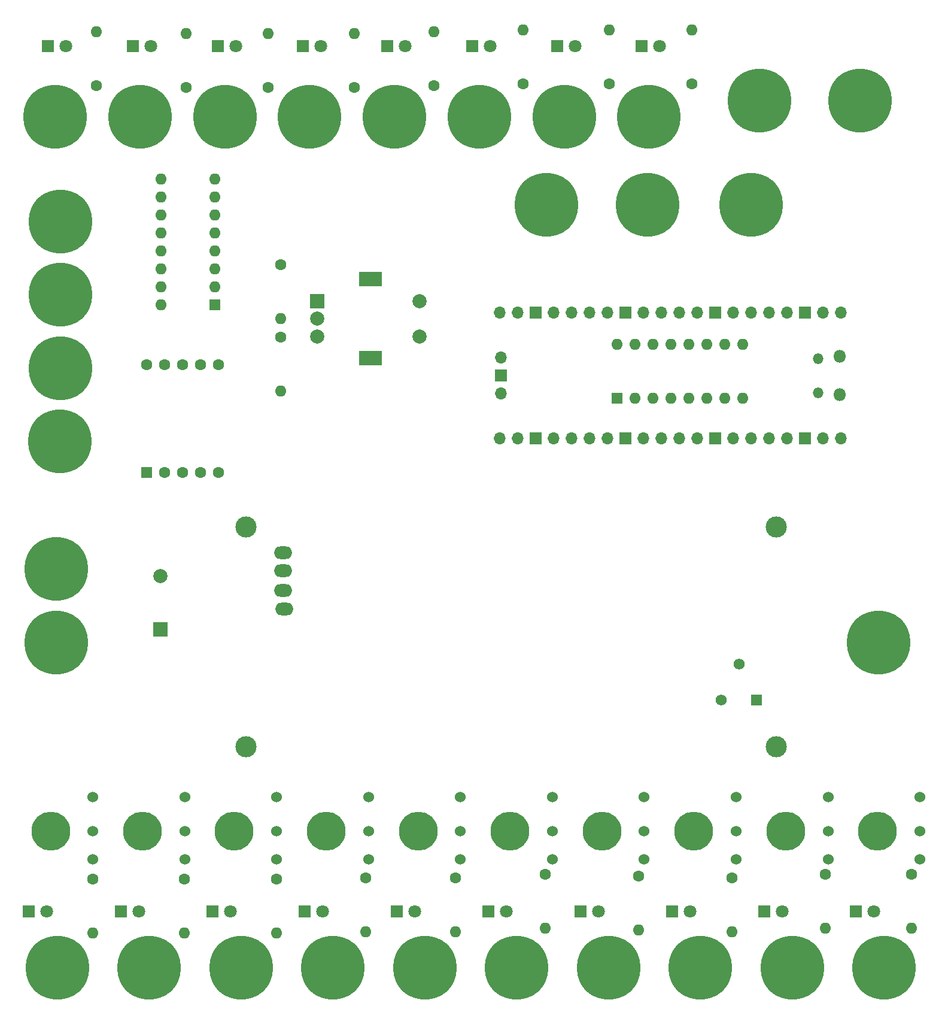
<source format=gbr>
%TF.GenerationSoftware,KiCad,Pcbnew,7.0.6*%
%TF.CreationDate,2023-07-29T11:39:48+05:30*%
%TF.ProjectId,Copy of Trainer Kit Prototype,436f7079-206f-4662-9054-7261696e6572,rev?*%
%TF.SameCoordinates,Original*%
%TF.FileFunction,Soldermask,Top*%
%TF.FilePolarity,Negative*%
%FSLAX46Y46*%
G04 Gerber Fmt 4.6, Leading zero omitted, Abs format (unit mm)*
G04 Created by KiCad (PCBNEW 7.0.6) date 2023-07-29 11:39:48*
%MOMM*%
%LPD*%
G01*
G04 APERTURE LIST*
%ADD10C,3.000000*%
%ADD11O,2.600000X1.800000*%
%ADD12C,1.600000*%
%ADD13O,1.600000X1.600000*%
%ADD14C,5.500000*%
%ADD15C,1.524000*%
%ADD16C,5.900000*%
%ADD17C,9.000000*%
%ADD18R,1.560000X1.560000*%
%ADD19C,1.560000*%
%ADD20R,2.000000X2.000000*%
%ADD21C,2.000000*%
%ADD22R,3.200000X2.000000*%
%ADD23R,1.800000X1.800000*%
%ADD24C,1.800000*%
%ADD25R,1.600000X1.600000*%
%ADD26O,1.800000X1.800000*%
%ADD27O,1.500000X1.500000*%
%ADD28O,1.700000X1.700000*%
%ADD29R,1.700000X1.700000*%
G04 APERTURE END LIST*
D10*
%TO.C,U5*%
X32327900Y-71624000D03*
X32327900Y-102624700D03*
X107326480Y-102624700D03*
X107327000Y-71624000D03*
D11*
X37592000Y-75184000D03*
X37592000Y-77784000D03*
X37592000Y-80584000D03*
X37692000Y-83184000D03*
%TD*%
D12*
%TO.C,R7*%
X87884000Y-120904000D03*
D13*
X87884000Y-128524000D03*
%TD*%
D14*
%TO.C,SW4*%
X43654000Y-114608000D03*
D15*
X49654000Y-109728000D03*
X49654000Y-114608000D03*
X49654000Y-118608000D03*
%TD*%
D12*
%TO.C,R9*%
X114300000Y-120650000D03*
D13*
X114300000Y-128270000D03*
%TD*%
D12*
%TO.C,R10*%
X126492000Y-120650000D03*
D13*
X126492000Y-128270000D03*
%TD*%
D14*
%TO.C,SW5*%
X56654000Y-114608000D03*
D15*
X62654000Y-109728000D03*
X62654000Y-114608000D03*
X62654000Y-118608000D03*
%TD*%
D16*
%TO.C,BP44*%
X5509000Y-87884000D03*
D17*
X5509000Y-87884000D03*
%TD*%
D18*
%TO.C,RV1*%
X104568000Y-96012000D03*
D19*
X102068000Y-91012000D03*
X99568000Y-96012000D03*
%TD*%
D16*
%TO.C,BP25*%
X41313000Y-13556000D03*
D17*
X41313000Y-13556000D03*
%TD*%
D16*
%TO.C,BP38*%
X83604000Y-133908000D03*
D17*
X83604000Y-133908000D03*
%TD*%
D12*
%TO.C,R3*%
X36604000Y-121408000D03*
D13*
X36604000Y-129028000D03*
%TD*%
D20*
%TO.C,SW11*%
X42396000Y-39624000D03*
D21*
X42396000Y-44624000D03*
X42396000Y-42124000D03*
D22*
X49896000Y-36524000D03*
X49896000Y-47724000D03*
D21*
X56896000Y-44624000D03*
X56896000Y-39624000D03*
%TD*%
D14*
%TO.C,SW10*%
X121654000Y-114608000D03*
D15*
X127654000Y-109728000D03*
X127654000Y-114608000D03*
X127654000Y-118608000D03*
%TD*%
D16*
%TO.C,BP24*%
X29313000Y-13556000D03*
D17*
X29313000Y-13556000D03*
%TD*%
D23*
%TO.C,D8*%
X92604000Y-125908000D03*
D24*
X95144000Y-125908000D03*
%TD*%
D12*
%TO.C,R11*%
X11176000Y-9144000D03*
D13*
X11176000Y-1524000D03*
%TD*%
D23*
%TO.C,D16*%
X64313000Y-3556000D03*
D24*
X66853000Y-3556000D03*
%TD*%
D23*
%TO.C,D10*%
X118604000Y-125908000D03*
D24*
X121144000Y-125908000D03*
%TD*%
D25*
%TO.C,U2*%
X18288000Y-63885500D03*
D12*
X20828000Y-63885500D03*
X23368000Y-63885500D03*
X25908000Y-63885500D03*
X28448000Y-63885500D03*
X28448000Y-48645500D03*
X25908000Y-48645500D03*
X23368000Y-48645500D03*
X20828000Y-48645500D03*
X18288000Y-48645500D03*
%TD*%
D16*
%TO.C,BP43*%
X5509000Y-77534000D03*
D17*
X5509000Y-77534000D03*
%TD*%
D16*
%TO.C,BP40*%
X109604000Y-133908000D03*
D17*
X109604000Y-133908000D03*
%TD*%
D16*
%TO.C,*%
X121841000Y-87884000D03*
D17*
X121841000Y-87884000D03*
%TD*%
D23*
%TO.C,D2*%
X14624000Y-125908000D03*
D24*
X17164000Y-125908000D03*
%TD*%
D16*
%TO.C,BP3*%
X103744000Y-26047001D03*
D17*
X103744000Y-26047001D03*
%TD*%
D14*
%TO.C,SW8*%
X95654000Y-114608000D03*
D15*
X101654000Y-109728000D03*
X101654000Y-114608000D03*
X101654000Y-118608000D03*
%TD*%
D16*
%TO.C,BP32*%
X5604000Y-133908000D03*
D17*
X5604000Y-133908000D03*
%TD*%
D23*
%TO.C,D3*%
X27604000Y-125908000D03*
D24*
X30144000Y-125908000D03*
%TD*%
D12*
%TO.C,R6*%
X74676000Y-120650000D03*
D13*
X74676000Y-128270000D03*
%TD*%
D14*
%TO.C,SW6*%
X69654000Y-114608000D03*
D15*
X75654000Y-109728000D03*
X75654000Y-114608000D03*
X75654000Y-118608000D03*
%TD*%
D25*
%TO.C,U1*%
X27940000Y-40132000D03*
D13*
X27940000Y-37592000D03*
X27940000Y-35052000D03*
X27940000Y-32512000D03*
X27940000Y-29972000D03*
X27940000Y-27432000D03*
X27940000Y-24892000D03*
X27940000Y-22352000D03*
X20320000Y-22352000D03*
X20320000Y-24892000D03*
X20320000Y-27432000D03*
X20320000Y-29972000D03*
X20320000Y-32512000D03*
X20320000Y-35052000D03*
X20320000Y-37592000D03*
X20320000Y-40132000D03*
%TD*%
D16*
%TO.C,BP22*%
X5313000Y-13556000D03*
D17*
X5313000Y-13556000D03*
%TD*%
D23*
%TO.C,D13*%
X28313000Y-3556000D03*
D24*
X30853000Y-3556000D03*
%TD*%
D16*
%TO.C,BP18*%
X6017000Y-59436000D03*
D17*
X6017000Y-59436000D03*
%TD*%
D12*
%TO.C,R14*%
X47673000Y-9398000D03*
D13*
X47673000Y-1778000D03*
%TD*%
D12*
%TO.C,R13*%
X35481000Y-9398000D03*
D13*
X35481000Y-1778000D03*
%TD*%
D16*
%TO.C,BP31*%
X104949000Y-11291000D03*
D17*
X104949000Y-11291000D03*
%TD*%
D16*
%TO.C,BP37*%
X70604000Y-133908000D03*
D17*
X70604000Y-133908000D03*
%TD*%
D12*
%TO.C,R16*%
X71549000Y-8890000D03*
D13*
X71549000Y-1270000D03*
%TD*%
D14*
%TO.C,SW1*%
X4714000Y-114608000D03*
D15*
X10654000Y-109728000D03*
X10654000Y-114608000D03*
X10654000Y-118608000D03*
%TD*%
D16*
%TO.C,BP29*%
X89313000Y-13556000D03*
D17*
X89313000Y-13556000D03*
%TD*%
D16*
%TO.C,BP30*%
X119173000Y-11291000D03*
D17*
X119173000Y-11291000D03*
%TD*%
D16*
%TO.C,BP35*%
X44604000Y-133908000D03*
D17*
X44604000Y-133908000D03*
%TD*%
D16*
%TO.C,BP2*%
X89140000Y-26027001D03*
D17*
X89140000Y-26027001D03*
%TD*%
D23*
%TO.C,D15*%
X52313000Y-3556000D03*
D24*
X54853000Y-3556000D03*
%TD*%
D16*
%TO.C,BP4*%
X74788000Y-26047001D03*
D17*
X74788000Y-26047001D03*
%TD*%
D12*
%TO.C,R15*%
X58863000Y-9144000D03*
D13*
X58863000Y-1524000D03*
%TD*%
D23*
%TO.C,D14*%
X40313000Y-3556000D03*
D24*
X42853000Y-3556000D03*
%TD*%
D16*
%TO.C,BP34*%
X31604000Y-133908000D03*
D17*
X31604000Y-133908000D03*
%TD*%
D16*
%TO.C,BP19*%
X6069000Y-49114000D03*
D17*
X6069000Y-49114000D03*
%TD*%
D12*
%TO.C,R12*%
X23811000Y-9398000D03*
D13*
X23811000Y-1778000D03*
%TD*%
D12*
%TO.C,R5*%
X61976000Y-121158000D03*
D13*
X61976000Y-128778000D03*
%TD*%
D23*
%TO.C,D11*%
X4313000Y-3556000D03*
D24*
X6853000Y-3556000D03*
%TD*%
D12*
%TO.C,R26*%
X37196000Y-34504000D03*
D13*
X37196000Y-42124000D03*
%TD*%
D23*
%TO.C,D9*%
X105604000Y-125908000D03*
D24*
X108144000Y-125908000D03*
%TD*%
D23*
%TO.C,D12*%
X16313000Y-3556000D03*
D24*
X18853000Y-3556000D03*
%TD*%
D14*
%TO.C,SW9*%
X108654000Y-114608000D03*
D15*
X114654000Y-109728000D03*
X114654000Y-114608000D03*
X114654000Y-118608000D03*
%TD*%
D16*
%TO.C,BP26*%
X53313000Y-13556000D03*
D17*
X53313000Y-13556000D03*
%TD*%
D12*
%TO.C,R4*%
X49276000Y-121158000D03*
D13*
X49276000Y-128778000D03*
%TD*%
D12*
%TO.C,R18*%
X95425000Y-8890000D03*
D13*
X95425000Y-1270000D03*
%TD*%
D16*
%TO.C,BP28*%
X77313000Y-13556000D03*
D17*
X77313000Y-13556000D03*
%TD*%
D12*
%TO.C,R1*%
X10604000Y-121408000D03*
D13*
X10604000Y-129028000D03*
%TD*%
D14*
%TO.C,SW3*%
X30654000Y-114608000D03*
D15*
X36654000Y-109728000D03*
X36654000Y-114608000D03*
X36654000Y-118608000D03*
%TD*%
D25*
%TO.C,U7*%
X84836000Y-53364001D03*
D13*
X87376000Y-53364001D03*
X89916000Y-53364001D03*
X92456000Y-53364001D03*
X94996000Y-53364001D03*
X97536000Y-53364001D03*
X100076000Y-53364001D03*
X102616000Y-53364001D03*
X102616000Y-45744001D03*
X100076000Y-45744001D03*
X97536000Y-45744001D03*
X94996000Y-45744001D03*
X92456000Y-45744001D03*
X89916000Y-45744001D03*
X87376000Y-45744001D03*
X84836000Y-45744001D03*
%TD*%
D23*
%TO.C,D5*%
X53604000Y-125908000D03*
D24*
X56144000Y-125908000D03*
%TD*%
D16*
%TO.C,BP23*%
X17313000Y-13556000D03*
D17*
X17313000Y-13556000D03*
%TD*%
D16*
%TO.C,BP27*%
X65313000Y-13556000D03*
D17*
X65313000Y-13556000D03*
%TD*%
D16*
%TO.C,BP20*%
X6069000Y-38764000D03*
D17*
X6069000Y-38764000D03*
%TD*%
D16*
%TO.C,BP41*%
X122604000Y-133908000D03*
D17*
X122604000Y-133908000D03*
%TD*%
D12*
%TO.C,R17*%
X83741000Y-8890000D03*
D13*
X83741000Y-1270000D03*
%TD*%
D23*
%TO.C,D1*%
X1604000Y-125908000D03*
D24*
X4144000Y-125908000D03*
%TD*%
D12*
%TO.C,R8*%
X101092000Y-121158000D03*
D13*
X101092000Y-128778000D03*
%TD*%
D23*
%TO.C,D6*%
X66604000Y-125908000D03*
D24*
X69144000Y-125908000D03*
%TD*%
D20*
%TO.C,D21*%
X20241000Y-86096000D03*
D21*
X20241000Y-78496000D03*
%TD*%
D16*
%TO.C,BP39*%
X96604000Y-133908000D03*
D17*
X96604000Y-133908000D03*
%TD*%
D14*
%TO.C,SW*%
X17654000Y-114608000D03*
D15*
X23654000Y-109728000D03*
X23654000Y-114608000D03*
X23654000Y-118608000D03*
%TD*%
D12*
%TO.C,R25*%
X37196000Y-44704000D03*
D13*
X37196000Y-52324000D03*
%TD*%
D23*
%TO.C,D17*%
X76313000Y-3556000D03*
D24*
X78853000Y-3556000D03*
%TD*%
D23*
%TO.C,D7*%
X79604000Y-125908000D03*
D24*
X82144000Y-125908000D03*
%TD*%
D16*
%TO.C,BP33*%
X18624000Y-133908000D03*
D17*
X18624000Y-133908000D03*
%TD*%
D14*
%TO.C,SW7*%
X82654000Y-114608000D03*
D15*
X88654000Y-109728000D03*
X88654000Y-114608000D03*
X88654000Y-118608000D03*
%TD*%
D23*
%TO.C,D4*%
X40604000Y-125908000D03*
D24*
X43144000Y-125908000D03*
%TD*%
D16*
%TO.C,BP36*%
X57604000Y-133908000D03*
D17*
X57604000Y-133908000D03*
%TD*%
D23*
%TO.C,D18*%
X88313000Y-3556000D03*
D24*
X90853000Y-3556000D03*
%TD*%
D12*
%TO.C,R2*%
X23624000Y-121408000D03*
D13*
X23624000Y-129028000D03*
%TD*%
D16*
%TO.C,BP21*%
X6069000Y-28414000D03*
D17*
X6069000Y-28414000D03*
%TD*%
D26*
%TO.C,U3*%
X116313998Y-52902001D03*
D27*
X113284000Y-52602001D03*
X113284000Y-47752000D03*
D26*
X116313998Y-47452001D03*
D28*
X116443999Y-41287002D03*
X113903999Y-41287000D03*
D29*
X111364000Y-41287002D03*
D28*
X108823999Y-41287000D03*
X106283999Y-41287002D03*
X103744000Y-41287001D03*
X101204000Y-41287000D03*
D29*
X98663999Y-41287000D03*
D28*
X96124000Y-41287001D03*
X93583999Y-41287002D03*
X91044000Y-41287000D03*
X88504000Y-41287002D03*
D29*
X85963999Y-41287002D03*
D28*
X83423999Y-41287002D03*
X80884000Y-41287001D03*
X78344000Y-41287000D03*
X75803999Y-41287000D03*
D29*
X73264000Y-41287001D03*
D28*
X70723999Y-41287002D03*
X68184000Y-41287000D03*
X68184000Y-59067001D03*
X70724000Y-59067002D03*
D29*
X73264000Y-59067000D03*
D28*
X75804000Y-59067000D03*
X78344000Y-59067001D03*
X80883999Y-59067000D03*
X83424000Y-59067002D03*
D29*
X85964000Y-59067000D03*
D28*
X88504000Y-59067001D03*
X91044000Y-59067001D03*
X93584000Y-59067002D03*
X96124000Y-59067000D03*
D29*
X98664000Y-59067000D03*
D28*
X101204000Y-59067001D03*
X103743999Y-59067000D03*
X106284000Y-59067002D03*
X108824000Y-59067000D03*
D29*
X111364000Y-59067001D03*
D28*
X113903999Y-59067001D03*
X116444000Y-59067002D03*
X68413999Y-47637002D03*
D29*
X68413999Y-50177002D03*
D28*
X68413999Y-52717000D03*
%TD*%
M02*

</source>
